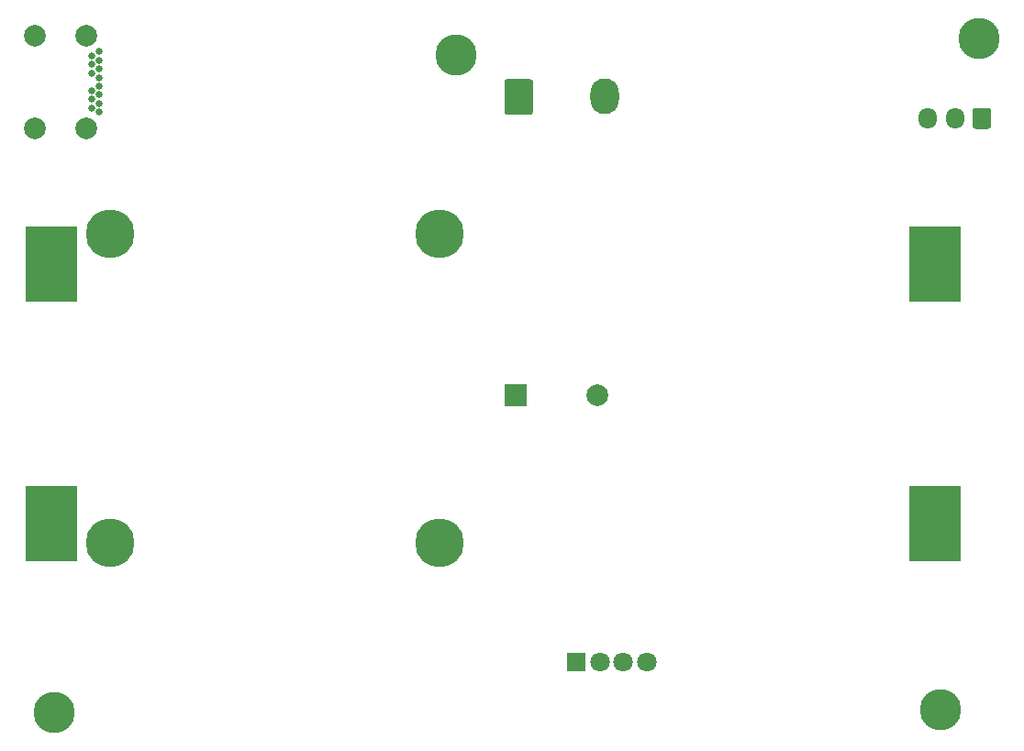
<source format=gbr>
%TF.GenerationSoftware,KiCad,Pcbnew,(5.1.10-1-10_14)*%
%TF.CreationDate,2021-12-15T11:30:22-05:00*%
%TF.ProjectId,PCB_Design,5043425f-4465-4736-9967-6e2e6b696361,rev?*%
%TF.SameCoordinates,Original*%
%TF.FileFunction,Soldermask,Bot*%
%TF.FilePolarity,Negative*%
%FSLAX46Y46*%
G04 Gerber Fmt 4.6, Leading zero omitted, Abs format (unit mm)*
G04 Created by KiCad (PCBNEW (5.1.10-1-10_14)) date 2021-12-15 11:30:22*
%MOMM*%
%LPD*%
G01*
G04 APERTURE LIST*
%ADD10C,4.500000*%
%ADD11C,3.800000*%
%ADD12O,2.640000X3.300000*%
%ADD13R,4.700000X7.000000*%
%ADD14R,2.000000X2.000000*%
%ADD15C,2.000000*%
%ADD16R,1.800000X1.800000*%
%ADD17C,1.800000*%
%ADD18C,0.650000*%
%ADD19C,2.012000*%
%ADD20O,1.700000X1.950000*%
G04 APERTURE END LIST*
D10*
%TO.C,Conn_OLED1*%
X72493500Y-140760000D03*
X72493500Y-112260000D03*
X102893500Y-112260000D03*
X102893500Y-140760000D03*
%TD*%
D11*
%TO.C,Tornillo vier*%
X149098000Y-156210000D03*
%TD*%
%TO.C,Tornillo drei*%
X67310000Y-156464000D03*
%TD*%
%TO.C,Tornillo zwei*%
X152654000Y-94234000D03*
%TD*%
%TO.C,Tornillo eins*%
X104394000Y-95758000D03*
%TD*%
D12*
%TO.C,SW_ONOFF1*%
X118110000Y-99568000D03*
G36*
G01*
X111242500Y-101281500D02*
X109102500Y-101281500D01*
G75*
G02*
X108852500Y-101031500I0J250000D01*
G01*
X108852500Y-98231500D01*
G75*
G02*
X109102500Y-97981500I250000J0D01*
G01*
X111242500Y-97981500D01*
G75*
G02*
X111492500Y-98231500I0J-250000D01*
G01*
X111492500Y-101031500D01*
G75*
G02*
X111242500Y-101281500I-250000J0D01*
G01*
G37*
%TD*%
D13*
%TO.C,Battery1*%
X67068500Y-139001500D03*
X148568500Y-139001500D03*
%TD*%
%TO.C,Battery2*%
X148568500Y-115062000D03*
X67068500Y-115062000D03*
%TD*%
D14*
%TO.C,Buzzer1*%
X109855000Y-127190500D03*
D15*
X117455000Y-127190500D03*
%TD*%
D16*
%TO.C,D1*%
X115519200Y-151790400D03*
D17*
X117678200Y-151790400D03*
X119837200Y-151790400D03*
X121996200Y-151790400D03*
%TD*%
D18*
%TO.C,J2*%
X71447000Y-95434500D03*
X70747000Y-95834500D03*
X70747000Y-96634500D03*
X71447000Y-97034500D03*
X70747000Y-97434500D03*
X71447000Y-97834500D03*
X71447000Y-98634500D03*
X70747000Y-99034500D03*
X71447000Y-99434500D03*
X70747000Y-99834500D03*
X70747000Y-100634500D03*
X71447000Y-101034500D03*
D19*
X65567000Y-93964500D03*
X65567000Y-102504500D03*
X70297000Y-93964500D03*
X70297000Y-102504500D03*
D18*
X71447000Y-96234500D03*
X71447000Y-100234500D03*
%TD*%
%TO.C,Sens_Temp1*%
G36*
G01*
X153758000Y-100875000D02*
X153758000Y-102325000D01*
G75*
G02*
X153508000Y-102575000I-250000J0D01*
G01*
X152308000Y-102575000D01*
G75*
G02*
X152058000Y-102325000I0J250000D01*
G01*
X152058000Y-100875000D01*
G75*
G02*
X152308000Y-100625000I250000J0D01*
G01*
X153508000Y-100625000D01*
G75*
G02*
X153758000Y-100875000I0J-250000D01*
G01*
G37*
D20*
X150408000Y-101600000D03*
X147908000Y-101600000D03*
%TD*%
M02*

</source>
